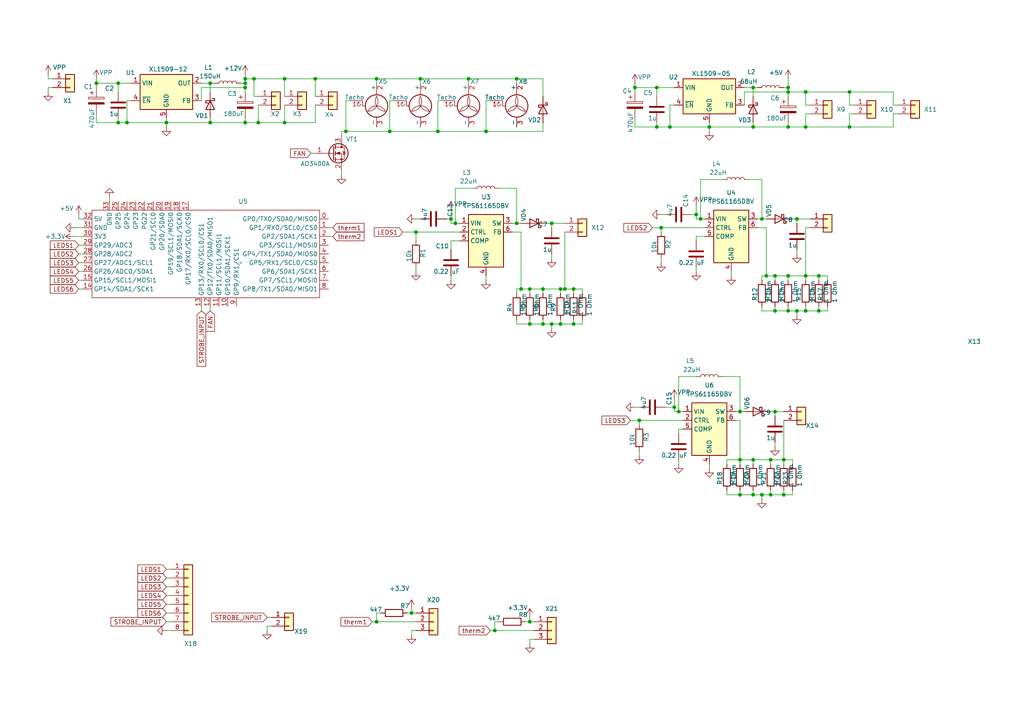
<source format=kicad_sch>
(kicad_sch (version 20231120) (generator "eeschema") (generator_version "8.0")
  (paper "A4")
  (junction (at 184.15 25.4))
  (junction (at 160.02 93.98))
  (junction (at 166.37 83.82))
  (junction (at 130.81 63.5))
  (junction (at 246.38 26.67))
  (junction (at 82.55 35.56))
  (junction (at 214.63 133.35))
  (junction (at 151.13 83.82))
  (junction (at 196.85 119.38))
  (junction (at 201.93 62.23))
  (junction (at 214.63 143.51))
  (junction (at 237.49 80.01))
  (junction (at 222.25 80.01))
  (junction (at 153.67 180.34))
  (junction (at 166.37 93.98))
  (junction (at 162.56 93.98))
  (junction (at 100.33 38.1))
  (junction (at 218.44 25.4))
  (junction (at 195.58 118.11))
  (junction (at 228.6 90.17))
  (junction (at 73.66 22.86))
  (junction (at 237.49 90.17))
  (junction (at 135.89 22.86))
  (junction (at 190.5 25.4))
  (junction (at 143.51 182.88))
  (junction (at 60.96 35.56))
  (junction (at 71.12 22.86))
  (junction (at 153.67 83.82))
  (junction (at 203.2 63.5))
  (junction (at 162.56 83.82))
  (junction (at 233.68 80.01))
  (junction (at 71.12 24.13))
  (junction (at 228.6 80.01))
  (junction (at 246.38 36.83))
  (junction (at 163.83 83.82))
  (junction (at 109.22 180.34))
  (junction (at 231.14 63.5))
  (junction (at 149.86 64.77))
  (junction (at 34.29 24.13))
  (junction (at 224.79 80.01))
  (junction (at 127 38.1))
  (junction (at 132.08 64.77))
  (junction (at 91.44 22.86))
  (junction (at 119.38 177.8))
  (junction (at 218.44 143.51))
  (junction (at 223.52 133.35))
  (junction (at 228.6 25.4))
  (junction (at 71.12 25.4))
  (junction (at 82.55 22.86))
  (junction (at 224.79 119.38))
  (junction (at 233.68 90.17))
  (junction (at 157.48 83.82))
  (junction (at 157.48 93.98))
  (junction (at 214.63 119.38))
  (junction (at 233.68 26.67))
  (junction (at 27.94 24.13))
  (junction (at 220.98 63.5))
  (junction (at 233.68 36.83))
  (junction (at 190.5 36.83))
  (junction (at 113.03 38.1))
  (junction (at 185.42 121.92))
  (junction (at 227.33 143.51))
  (junction (at 109.22 22.86))
  (junction (at 224.79 90.17))
  (junction (at 120.65 67.31))
  (junction (at 228.6 26.67))
  (junction (at 191.77 66.04))
  (junction (at 74.93 35.56))
  (junction (at 140.97 38.1))
  (junction (at 231.14 90.17))
  (junction (at 149.86 22.86))
  (junction (at 227.33 133.35))
  (junction (at 60.96 24.13))
  (junction (at 223.52 143.51))
  (junction (at 218.44 133.35))
  (junction (at 121.92 22.86))
  (junction (at 34.29 35.56))
  (junction (at 153.67 93.98))
  (junction (at 205.74 36.83))
  (junction (at 228.6 36.83))
  (junction (at 36.83 35.56))
  (junction (at 194.31 36.83))
  (junction (at 71.12 35.56))
  (junction (at 218.44 36.83))
  (junction (at 160.02 64.77))
  (junction (at 48.26 35.56))
  (junction (at 220.98 143.51))
  (wire (pts (xy 121.92 24.13) (xy 121.92 22.86)))
  (wire (pts (xy 215.9 119.38) (xy 214.63 119.38)))
  (wire (pts (xy 74.93 35.56) (xy 71.12 35.56)))
  (wire (pts (xy 27.94 24.13) (xy 34.29 24.13)))
  (wire (pts (xy 153.67 83.82) (xy 157.48 83.82)))
  (wire (pts (xy 227.33 133.35) (xy 229.87 133.35)))
  (wire (pts (xy 233.68 88.9) (xy 233.68 90.17)))
  (wire (pts (xy 196.85 134.62) (xy 196.85 133.35)))
  (wire (pts (xy 184.15 118.11) (xy 185.42 118.11)))
  (wire (pts (xy 223.52 133.35) (xy 223.52 134.62)))
  (wire (pts (xy 48.26 182.88) (xy 49.53 182.88)))
  (wire (pts (xy 234.95 66.04) (xy 233.68 66.04)))
  (wire (pts (xy 24.13 66.04) (xy 21.59 66.04)))
  (wire (pts (xy 166.37 83.82) (xy 168.91 83.82)))
  (wire (pts (xy 119.38 177.8) (xy 118.11 177.8)))
  (wire (pts (xy 168.91 83.82) (xy 168.91 85.09)))
  (wire (pts (xy 160.02 93.98) (xy 162.56 93.98)))
  (wire (pts (xy 166.37 93.98) (xy 168.91 93.98)))
  (wire (pts (xy 233.68 80.01) (xy 233.68 81.28)))
  (wire (pts (xy 163.83 67.31) (xy 163.83 83.82)))
  (wire (pts (xy 190.5 25.4) (xy 190.5 27.94)))
  (wire (pts (xy 220.98 88.9) (xy 220.98 90.17)))
  (wire (pts (xy 149.86 83.82) (xy 151.13 83.82)))
  (wire (pts (xy 143.51 182.88) (xy 142.24 182.88)))
  (wire (pts (xy 22.86 76.2) (xy 24.13 76.2)))
  (wire (pts (xy 203.2 52.07) (xy 203.2 63.5)))
  (wire (pts (xy 229.87 143.51) (xy 229.87 142.24)))
  (wire (pts (xy 21.59 68.58) (xy 24.13 68.58)))
  (wire (pts (xy 259.08 30.48) (xy 259.08 26.67)))
  (wire (pts (xy 214.63 142.24) (xy 214.63 143.51)))
  (wire (pts (xy 119.38 184.15) (xy 119.38 182.88)))
  (wire (pts (xy 185.42 123.19) (xy 185.42 121.92)))
  (wire (pts (xy 22.86 73.66) (xy 24.13 73.66)))
  (wire (pts (xy 114.3 29.21) (xy 113.03 29.21)))
  (wire (pts (xy 162.56 83.82) (xy 163.83 83.82)))
  (wire (pts (xy 48.26 170.18) (xy 49.53 170.18)))
  (wire (pts (xy 237.49 80.01) (xy 240.03 80.01)))
  (wire (pts (xy 220.98 144.78) (xy 220.98 143.51)))
  (wire (pts (xy 149.86 93.98) (xy 153.67 93.98)))
  (wire (pts (xy 218.44 25.4) (xy 219.71 25.4)))
  (wire (pts (xy 48.26 180.34) (xy 49.53 180.34)))
  (wire (pts (xy 48.26 34.29) (xy 48.26 35.56)))
  (wire (pts (xy 210.82 143.51) (xy 214.63 143.51)))
  (wire (pts (xy 13.97 25.4) (xy 13.97 26.67)))
  (wire (pts (xy 154.94 182.88) (xy 143.51 182.88)))
  (wire (pts (xy 34.29 24.13) (xy 34.29 26.67)))
  (wire (pts (xy 135.89 22.86) (xy 121.92 22.86)))
  (wire (pts (xy 71.12 25.4) (xy 58.42 25.4)))
  (wire (pts (xy 151.13 64.77) (xy 149.86 64.77)))
  (wire (pts (xy 109.22 180.34) (xy 107.95 180.34)))
  (wire (pts (xy 205.74 36.83) (xy 218.44 36.83)))
  (wire (pts (xy 160.02 95.25) (xy 160.02 93.98)))
  (wire (pts (xy 48.26 167.64) (xy 49.53 167.64)))
  (wire (pts (xy 130.81 64.77) (xy 132.08 64.77)))
  (wire (pts (xy 220.98 90.17) (xy 224.79 90.17)))
  (wire (pts (xy 246.38 26.67) (xy 233.68 26.67)))
  (wire (pts (xy 48.26 177.8) (xy 49.53 177.8)))
  (wire (pts (xy 201.93 78.74) (xy 201.93 77.47)))
  (wire (pts (xy 222.25 63.5) (xy 220.98 63.5)))
  (wire (pts (xy 160.02 64.77) (xy 160.02 66.04)))
  (wire (pts (xy 160.02 64.77) (xy 163.83 64.77)))
  (wire (pts (xy 227.33 121.92) (xy 227.33 133.35)))
  (wire (pts (xy 237.49 88.9) (xy 237.49 90.17)))
  (wire (pts (xy 142.24 29.21) (xy 140.97 29.21)))
  (wire (pts (xy 214.63 109.22) (xy 214.63 119.38)))
  (wire (pts (xy 99.06 38.1) (xy 100.33 38.1)))
  (wire (pts (xy 119.38 182.88) (xy 120.65 182.88)))
  (wire (pts (xy 152.4 180.34) (xy 153.67 180.34)))
  (wire (pts (xy 184.15 24.13) (xy 184.15 25.4)))
  (wire (pts (xy 27.94 24.13) (xy 27.94 25.4)))
  (wire (pts (xy 22.86 63.5) (xy 22.86 62.23)))
  (wire (pts (xy 259.08 33.02) (xy 259.08 36.83)))
  (wire (pts (xy 168.91 93.98) (xy 168.91 92.71)))
  (wire (pts (xy 151.13 67.31) (xy 151.13 83.82)))
  (wire (pts (xy 224.79 90.17) (xy 228.6 90.17)))
  (wire (pts (xy 218.44 143.51) (xy 220.98 143.51)))
  (wire (pts (xy 74.93 27.94) (xy 73.66 27.94)))
  (wire (pts (xy 233.68 66.04) (xy 233.68 80.01)))
  (wire (pts (xy 213.36 121.92) (xy 214.63 121.92)))
  (wire (pts (xy 214.63 119.38) (xy 213.36 119.38)))
  (wire (pts (xy 162.56 83.82) (xy 162.56 85.09)))
  (wire (pts (xy 190.5 35.56) (xy 190.5 36.83)))
  (wire (pts (xy 74.93 30.48) (xy 74.93 35.56)))
  (wire (pts (xy 219.71 66.04) (xy 222.25 66.04)))
  (wire (pts (xy 137.16 54.61) (xy 132.08 54.61)))
  (wire (pts (xy 227.33 143.51) (xy 229.87 143.51)))
  (wire (pts (xy 132.08 64.77) (xy 133.35 64.77)))
  (wire (pts (xy 185.42 130.81) (xy 185.42 132.08)))
  (wire (pts (xy 127 38.1) (xy 140.97 38.1)))
  (wire (pts (xy 130.81 60.96) (xy 130.81 63.5)))
  (wire (pts (xy 195.58 30.48) (xy 194.31 30.48)))
  (wire (pts (xy 140.97 38.1) (xy 157.48 38.1)))
  (wire (pts (xy 191.77 67.31) (xy 191.77 66.04)))
  (wire (pts (xy 157.48 35.56) (xy 157.48 38.1)))
  (wire (pts (xy 151.13 83.82) (xy 153.67 83.82)))
  (wire (pts (xy 91.44 35.56) (xy 82.55 35.56)))
  (wire (pts (xy 13.97 21.59) (xy 13.97 22.86)))
  (wire (pts (xy 27.94 35.56) (xy 34.29 35.56)))
  (wire (pts (xy 240.03 90.17) (xy 240.03 88.9)))
  (wire (pts (xy 229.87 63.5) (xy 231.14 63.5)))
  (wire (pts (xy 201.93 109.22) (xy 196.85 109.22)))
  (wire (pts (xy 220.98 52.07) (xy 220.98 63.5)))
  (wire (pts (xy 24.13 63.5) (xy 22.86 63.5)))
  (wire (pts (xy 119.38 176.53) (xy 119.38 177.8)))
  (wire (pts (xy 223.52 133.35) (xy 227.33 133.35)))
  (wire (pts (xy 91.44 22.86) (xy 82.55 22.86)))
  (wire (pts (xy 163.83 83.82) (xy 166.37 83.82)))
  (wire (pts (xy 71.12 24.13) (xy 71.12 25.4)))
  (wire (pts (xy 228.6 35.56) (xy 228.6 36.83)))
  (wire (pts (xy 214.63 143.51) (xy 218.44 143.51)))
  (wire (pts (xy 218.44 35.56) (xy 218.44 36.83)))
  (wire (pts (xy 201.93 69.85) (xy 201.93 68.58)))
  (wire (pts (xy 234.95 33.02) (xy 233.68 33.02)))
  (wire (pts (xy 190.5 36.83) (xy 194.31 36.83)))
  (wire (pts (xy 22.86 81.28) (xy 24.13 81.28)))
  (wire (pts (xy 162.56 92.71) (xy 162.56 93.98)))
  (wire (pts (xy 191.77 74.93) (xy 191.77 76.2)))
  (wire (pts (xy 237.49 80.01) (xy 237.49 81.28)))
  (wire (pts (xy 196.85 119.38) (xy 198.12 119.38)))
  (wire (pts (xy 34.29 35.56) (xy 36.83 35.56)))
  (wire (pts (xy 77.47 179.07) (xy 78.74 179.07)))
  (wire (pts (xy 149.86 64.77) (xy 148.59 64.77)))
  (wire (pts (xy 218.44 36.83) (xy 228.6 36.83)))
  (wire (pts (xy 160.02 74.93) (xy 160.02 73.66)))
  (wire (pts (xy 132.08 54.61) (xy 132.08 64.77)))
  (wire (pts (xy 228.6 26.67) (xy 233.68 26.67)))
  (wire (pts (xy 143.51 180.34) (xy 143.51 182.88)))
  (wire (pts (xy 228.6 25.4) (xy 228.6 26.67)))
  (wire (pts (xy 233.68 80.01) (xy 237.49 80.01)))
  (wire (pts (xy 260.35 33.02) (xy 259.08 33.02)))
  (wire (pts (xy 22.86 83.82) (xy 24.13 83.82)))
  (wire (pts (xy 231.14 73.66) (xy 231.14 72.39)))
  (wire (pts (xy 246.38 33.02) (xy 246.38 36.83)))
  (wire (pts (xy 153.67 92.71) (xy 153.67 93.98)))
  (wire (pts (xy 195.58 118.11) (xy 195.58 119.38)))
  (wire (pts (xy 196.85 109.22) (xy 196.85 119.38)))
  (wire (pts (xy 260.35 30.48) (xy 259.08 30.48)))
  (wire (pts (xy 120.65 67.31) (xy 120.65 69.85)))
  (wire (pts (xy 27.94 33.02) (xy 27.94 35.56)))
  (wire (pts (xy 205.74 36.83) (xy 205.74 38.1)))
  (wire (pts (xy 15.24 22.86) (xy 13.97 22.86)))
  (wire (pts (xy 231.14 63.5) (xy 234.95 63.5)))
  (wire (pts (xy 214.63 133.35) (xy 218.44 133.35)))
  (wire (pts (xy 215.9 26.67) (xy 215.9 30.48)))
  (wire (pts (xy 157.48 92.71) (xy 157.48 93.98)))
  (wire (pts (xy 191.77 62.23) (xy 193.04 62.23)))
  (wire (pts (xy 91.44 22.86) (xy 91.44 27.94)))
  (wire (pts (xy 58.42 24.13) (xy 60.96 24.13)))
  (wire (pts (xy 71.12 21.59) (xy 71.12 22.86)))
  (wire (pts (xy 191.77 66.04) (xy 204.47 66.04)))
  (wire (pts (xy 189.23 66.04) (xy 191.77 66.04)))
  (wire (pts (xy 100.33 29.21) (xy 100.33 38.1)))
  (wire (pts (xy 69.85 24.13) (xy 71.12 24.13)))
  (wire (pts (xy 48.26 165.1) (xy 49.53 165.1)))
  (wire (pts (xy 228.6 26.67) (xy 228.6 27.94)))
  (wire (pts (xy 48.26 172.72) (xy 49.53 172.72)))
  (wire (pts (xy 190.5 25.4) (xy 195.58 25.4)))
  (wire (pts (xy 153.67 180.34) (xy 154.94 180.34)))
  (wire (pts (xy 116.84 67.31) (xy 120.65 67.31)))
  (wire (pts (xy 215.9 25.4) (xy 218.44 25.4)))
  (wire (pts (xy 214.63 133.35) (xy 214.63 134.62)))
  (wire (pts (xy 200.66 62.23) (xy 201.93 62.23)))
  (wire (pts (xy 220.98 143.51) (xy 223.52 143.51)))
  (wire (pts (xy 157.48 83.82) (xy 157.48 85.09)))
  (wire (pts (xy 27.94 22.86) (xy 27.94 24.13)))
  (wire (pts (xy 148.59 67.31) (xy 151.13 67.31)))
  (wire (pts (xy 95.25 66.04) (xy 96.52 66.04)))
  (wire (pts (xy 228.6 22.86) (xy 228.6 25.4)))
  (wire (pts (xy 195.58 119.38) (xy 196.85 119.38)))
  (wire (pts (xy 227.33 142.24) (xy 227.33 143.51)))
  (wire (pts (xy 120.65 180.34) (xy 109.22 180.34)))
  (wire (pts (xy 157.48 83.82) (xy 162.56 83.82)))
  (wire (pts (xy 157.48 22.86) (xy 157.48 27.94)))
  (wire (pts (xy 237.49 90.17) (xy 240.03 90.17)))
  (wire (pts (xy 218.44 142.24) (xy 218.44 143.51)))
  (wire (pts (xy 196.85 124.46) (xy 198.12 124.46)))
  (wire (pts (xy 60.96 24.13) (xy 60.96 26.67)))
  (wire (pts (xy 209.55 109.22) (xy 214.63 109.22)))
  (wire (pts (xy 120.65 63.5) (xy 121.92 63.5)))
  (wire (pts (xy 153.67 185.42) (xy 154.94 185.42)))
  (wire (pts (xy 58.42 88.9) (xy 58.42 90.17)))
  (wire (pts (xy 227.33 133.35) (xy 227.33 134.62)))
  (wire (pts (xy 194.31 36.83) (xy 205.74 36.83)))
  (wire (pts (xy 224.79 119.38) (xy 224.79 120.65)))
  (wire (pts (xy 218.44 133.35) (xy 223.52 133.35)))
  (wire (pts (xy 224.79 80.01) (xy 228.6 80.01)))
  (wire (pts (xy 157.48 93.98) (xy 160.02 93.98)))
  (wire (pts (xy 193.04 118.11) (xy 195.58 118.11)))
  (wire (pts (xy 195.58 115.57) (xy 195.58 118.11)))
  (wire (pts (xy 210.82 133.35) (xy 214.63 133.35)))
  (wire (pts (xy 82.55 22.86) (xy 73.66 22.86)))
  (wire (pts (xy 210.82 134.62) (xy 210.82 133.35)))
  (wire (pts (xy 36.83 29.21) (xy 36.83 35.56)))
  (wire (pts (xy 127 29.21) (xy 127 38.1)))
  (wire (pts (xy 31.75 57.15) (xy 31.75 58.42)))
  (wire (pts (xy 119.38 177.8) (xy 120.65 177.8)))
  (wire (pts (xy 149.86 22.86) (xy 135.89 22.86)))
  (wire (pts (xy 73.66 27.94) (xy 73.66 22.86)))
  (wire (pts (xy 233.68 90.17) (xy 237.49 90.17)))
  (wire (pts (xy 185.42 121.92) (xy 198.12 121.92)))
  (wire (pts (xy 231.14 90.17) (xy 233.68 90.17)))
  (wire (pts (xy 100.33 38.1) (xy 113.03 38.1)))
  (wire (pts (xy 58.42 25.4) (xy 58.42 29.21)))
  (wire (pts (xy 120.65 77.47) (xy 120.65 78.74)))
  (wire (pts (xy 231.14 63.5) (xy 231.14 64.77)))
  (wire (pts (xy 77.47 181.61) (xy 77.47 182.88)))
  (wire (pts (xy 101.6 29.21) (xy 100.33 29.21)))
  (wire (pts (xy 71.12 34.29) (xy 71.12 35.56)))
  (wire (pts (xy 99.06 38.1) (xy 99.06 39.37)))
  (wire (pts (xy 153.67 83.82) (xy 153.67 85.09)))
  (wire (pts (xy 130.81 81.28) (xy 130.81 80.01)))
  (wire (pts (xy 182.88 121.92) (xy 185.42 121.92)))
  (wire (pts (xy 209.55 52.07) (xy 203.2 52.07)))
  (wire (pts (xy 91.44 30.48) (xy 91.44 35.56)))
  (wire (pts (xy 220.98 80.01) (xy 222.25 80.01)))
  (wire (pts (xy 184.15 36.83) (xy 190.5 36.83)))
  (wire (pts (xy 99.06 50.8) (xy 99.06 49.53)))
  (wire (pts (xy 217.17 52.07) (xy 220.98 52.07)))
  (wire (pts (xy 140.97 29.21) (xy 140.97 38.1)))
  (wire (pts (xy 48.26 175.26) (xy 49.53 175.26)))
  (wire (pts (xy 149.86 24.13) (xy 149.86 22.86)))
  (wire (pts (xy 48.26 35.56) (xy 48.26 36.83)))
  (wire (pts (xy 233.68 36.83) (xy 228.6 36.83)))
  (wire (pts (xy 149.86 54.61) (xy 149.86 64.77)))
  (wire (pts (xy 224.79 80.01) (xy 224.79 81.28)))
  (wire (pts (xy 224.79 119.38) (xy 227.33 119.38)))
  (wire (pts (xy 113.03 38.1) (xy 127 38.1)))
  (wire (pts (xy 218.44 133.35) (xy 218.44 134.62)))
  (wire (pts (xy 234.95 30.48) (xy 233.68 30.48)))
  (wire (pts (xy 22.86 71.12) (xy 24.13 71.12)))
  (wire (pts (xy 246.38 36.83) (xy 233.68 36.83)))
  (wire (pts (xy 224.79 88.9) (xy 224.79 90.17)))
  (wire (pts (xy 233.68 33.02) (xy 233.68 36.83)))
  (wire (pts (xy 22.86 78.74) (xy 24.13 78.74)))
  (wire (pts (xy 228.6 26.67) (xy 215.9 26.67)))
  (wire (pts (xy 153.67 186.69) (xy 153.67 185.42)))
  (wire (pts (xy 144.78 180.34) (xy 143.51 180.34)))
  (wire (pts (xy 205.74 35.56) (xy 205.74 36.83)))
  (wire (pts (xy 223.52 143.51) (xy 227.33 143.51)))
  (wire (pts (xy 184.15 25.4) (xy 184.15 26.67)))
  (wire (pts (xy 135.89 24.13) (xy 135.89 22.86)))
  (wire (pts (xy 71.12 25.4) (xy 71.12 26.67)))
  (wire (pts (xy 149.86 85.09) (xy 149.86 83.82)))
  (wire (pts (xy 34.29 34.29) (xy 34.29 35.56)))
  (wire (pts (xy 60.96 24.13) (xy 62.23 24.13)))
  (wire (pts (xy 130.81 69.85) (xy 133.35 69.85)))
  (wire (pts (xy 129.54 63.5) (xy 130.81 63.5)))
  (wire (pts (xy 231.14 91.44) (xy 231.14 90.17)))
  (wire (pts (xy 227.33 25.4) (xy 228.6 25.4)))
  (wire (pts (xy 96.52 68.58) (xy 95.25 68.58)))
  (wire (pts (xy 60.96 34.29) (xy 60.96 35.56)))
  (wire (pts (xy 36.83 35.56) (xy 48.26 35.56)))
  (wire (pts (xy 166.37 83.82) (xy 166.37 85.09)))
  (wire (pts (xy 162.56 93.98) (xy 166.37 93.98)))
  (wire (pts (xy 240.03 80.01) (xy 240.03 81.28)))
  (wire (pts (xy 60.96 35.56) (xy 71.12 35.56)))
  (wire (pts (xy 201.93 62.23) (xy 201.93 63.5)))
  (wire (pts (xy 222.25 66.04) (xy 222.25 80.01)))
  (wire (pts (xy 15.24 25.4) (xy 13.97 25.4)))
  (wire (pts (xy 223.52 142.24) (xy 223.52 143.51)))
  (wire (pts (xy 228.6 80.01) (xy 233.68 80.01)))
  (wire (pts (xy 60.96 90.17) (xy 60.96 88.9)))
  (wire (pts (xy 194.31 30.48) (xy 194.31 36.83)))
  (wire (pts (xy 247.65 33.02) (xy 246.38 33.02)))
  (wire (pts (xy 153.67 179.07) (xy 153.67 180.34)))
  (wire (pts (xy 71.12 22.86) (xy 71.12 24.13)))
  (wire (pts (xy 109.22 24.13) (xy 109.22 22.86)))
  (wire (pts (xy 82.55 30.48) (xy 82.55 35.56)))
  (wire (pts (xy 73.66 22.86) (xy 71.12 22.86)))
  (wire (pts (xy 228.6 90.17) (xy 231.14 90.17)))
  (wire (pts (xy 228.6 80.01) (xy 228.6 81.28)))
  (wire (pts (xy 34.29 24.13) (xy 38.1 24.13)))
  (wire (pts (xy 246.38 30.48) (xy 246.38 26.67)))
  (wire (pts (xy 228.6 88.9) (xy 228.6 90.17)))
  (wire (pts (xy 78.74 181.61) (xy 77.47 181.61)))
  (wire (pts (xy 48.26 35.56) (xy 60.96 35.56)))
  (wire (pts (xy 121.92 22.86) (xy 109.22 22.86)))
  (wire (pts (xy 184.15 25.4) (xy 190.5 25.4)))
  (wire (pts (xy 166.37 92.71) (xy 166.37 93.98)))
  (wire (pts (xy 259.08 26.67) (xy 246.38 26.67)))
  (wire (pts (xy 153.67 93.98) (xy 157.48 93.98)))
  (wire (pts (xy 224.79 129.54) (xy 224.79 128.27)))
  (wire (pts (xy 82.55 35.56) (xy 74.93 35.56)))
  (wire (pts (xy 214.63 121.92) (xy 214.63 133.35)))
  (wire (pts (xy 218.44 25.4) (xy 218.44 27.94)))
  (wire (pts (xy 120.65 67.31) (xy 133.35 67.31)))
  (wire (pts (xy 109.22 22.86) (xy 91.44 22.86)))
  (wire (pts (xy 149.86 92.71) (xy 149.86 93.98)))
  (wire (pts (xy 128.27 29.21) (xy 127 29.21)))
  (wire (pts (xy 144.78 54.61) (xy 149.86 54.61)))
  (wire (pts (xy 38.1 29.21) (xy 36.83 29.21)))
  (wire (pts (xy 223.52 119.38) (xy 224.79 119.38)))
  (wire (pts (xy 205.74 135.89) (xy 205.74 134.62)))
  (wire (pts (xy 140.97 81.28) (xy 140.97 80.01)))
  (wire (pts (xy 203.2 63.5) (xy 204.47 63.5)))
  (wire (pts (xy 220.98 63.5) (xy 219.71 63.5)))
  (wire (pts (xy 212.09 80.01) (xy 212.09 78.74)))
  (wire (pts (xy 259.08 36.83) (xy 246.38 36.83)))
  (wire (pts (xy 222.25 80.01) (xy 224.79 80.01)))
  (wire (pts (xy 196.85 125.73) (xy 196.85 124.46)))
  (wire (pts (xy 201.93 63.5) (xy 203.2 63.5)))
  (wire (pts (xy 110.49 177.8) (xy 109.22 177.8)))
  (wire (pts (xy 184.15 34.29) (xy 184.15 36.83)))
  (wire (pts (xy 201.93 68.58) (xy 204.47 68.58)))
  (wire (pts (xy 82.55 22.86) (xy 82.55 27.94)))
  (wire (pts (xy 90.17 44.45) (xy 91.44 44.45)))
  (wire (pts (xy 247.65 30.48) (xy 246.38 30.48)))
  (wire (pts (xy 220.98 81.28) (xy 220.98 80.01)))
  (wire (pts (xy 130.81 69.85) (xy 130.81 72.39)))
  (wire (pts (xy 210.82 142.24) (xy 210.82 143.51)))
  (wire (pts (xy 201.93 59.69) (xy 201.93 62.23)))
  (wire (pts (xy 113.03 29.21) (xy 113.03 38.1)))
  (wire (pts (xy 149.86 22.86) (xy 157.48 22.86)))
  (wire (pts (xy 229.87 133.35) (xy 229.87 134.62)))
  (wire (pts (xy 109.22 177.8) (xy 109.22 180.34)))
  (wire (pts (xy 160.02 64.77) (xy 158.75 64.77)))
  (wire (pts (xy 233.68 26.67) (xy 233.68 30.48)))
  (wire (pts (xy 130.81 63.5) (xy 130.81 64.77)))
  (global_label "LEDS2" (shape input) (at 48.26 167.64 180) (property "Intersheetrefs" "${INTERSHEET_REFS}" (effects (hide yes))))
  (global_label "LEDS4" (shape input) (at 48.26 172.72 180) (property "Intersheetrefs" "${INTERSHEET_REFS}" (effects (hide yes))))
  (global_label "LEDS4" (shape input) (at 22.86 78.74 180) (property "Intersheetrefs" "${INTERSHEET_REFS}" (effects (hide yes))))
  (global_label "LEDS1" (shape input) (at 22.86 71.12 180) (property "Intersheetrefs" "${INTERSHEET_REFS}" (effects (hide yes))))
  (global_label "LEDS3" (shape input) (at 182.88 121.92 180) (property "Intersheetrefs" "${INTERSHEET_REFS}" (effects (hide yes))))
  (global_label "STROBE_INPUT" (shape input) (at 58.42 90.17 270) (property "Intersheetrefs" "${INTERSHEET_REFS}" (effects (hide yes))))
  (global_label "LEDS2" (shape input) (at 189.23 66.04 180) (property "Intersheetrefs" "${INTERSHEET_REFS}" (effects (hide yes))))
  (global_label "LEDS1" (shape input) (at 48.26 165.1 180) (property "Intersheetrefs" "${INTERSHEET_REFS}" (effects (hide yes))))
  (global_label "LEDS6" (shape input) (at 22.86 83.82 180) (property "Intersheetrefs" "${INTERSHEET_REFS}" (effects (hide yes))))
  (global_label "STROBE_INPUT" (shape input) (at 48.26 180.34 180) (property "Intersheetrefs" "${INTERSHEET_REFS}" (effects (hide yes))))
  (global_label "therm2" (shape input) (at 142.24 182.88 180) (property "Intersheetrefs" "${INTERSHEET_REFS}" (effects (hide yes))))
  (global_label "LEDS1" (shape input) (at 116.84 67.31 180) (property "Intersheetrefs" "${INTERSHEET_REFS}" (effects (hide yes))))
  (global_label "therm2" (shape input) (at 96.52 68.58 0) (property "Intersheetrefs" "${INTERSHEET_REFS}" (effects (hide yes))))
  (global_label "LEDS3" (shape input) (at 48.26 170.18 180) (property "Intersheetrefs" "${INTERSHEET_REFS}" (effects (hide yes))))
  (global_label "FAN" (shape input) (at 90.17 44.45 180) (property "Intersheetrefs" "${INTERSHEET_REFS}" (effects (hide yes))))
  (global_label "LEDS5" (shape input) (at 22.86 81.28 180) (property "Intersheetrefs" "${INTERSHEET_REFS}" (effects (hide yes))))
  (global_label "LEDS6" (shape input) (at 48.26 177.8 180) (property "Intersheetrefs" "${INTERSHEET_REFS}" (effects (hide yes))))
  (global_label "therm1" (shape input) (at 107.95 180.34 180) (property "Intersheetrefs" "${INTERSHEET_REFS}" (effects (hide yes))))
  (global_label "LEDS5" (shape input) (at 48.26 175.26 180) (property "Intersheetrefs" "${INTERSHEET_REFS}" (effects (hide yes))))
  (global_label "STROBE_INPUT" (shape input) (at 77.47 179.07 180) (property "Intersheetrefs" "${INTERSHEET_REFS}" (effects (hide yes))))
  (global_label "FAN" (shape input) (at 60.96 90.17 270) (property "Intersheetrefs" "${INTERSHEET_REFS}" (effects (hide yes))))
  (global_label "LEDS3" (shape input) (at 22.86 76.2 180) (property "Intersheetrefs" "${INTERSHEET_REFS}" (effects (hide yes))))
  (global_label "therm1" (shape input) (at 96.52 66.04 0) (property "Intersheetrefs" "${INTERSHEET_REFS}" (effects (hide yes))))
  (global_label "LEDS2" (shape input) (at 22.86 73.66 180) (property "Intersheetrefs" "${INTERSHEET_REFS}" (effects (hide yes))))
  (symbol (lib_id "Connector_Generic:Conn_01x02") (at 168.91 64.77 0) (unit 1)
    (property "Reference" "X12" (at 171.45 66.0399 0) (effects (justify left)))
    (property "Value" "Conn_01x02" (effects (hide yes)))
    (property "Footprint" "Connector_JST:JST_XH_B2B-XH-A_1x02_P2.50mm_Vertical" (effects (hide yes)))
    (property "Description" "Generic connector, single row, 01x02, script generated (kicad-library-utils/schlib/autogen/connector/)" (effects (hide yes)))
  )
  (symbol (lib_id "power:VPP") (at 201.93 59.69 0) (unit 1)
    (property "Reference" "#PWR014" (effects (hide yes)))
    (property "Value" "VPP" (at 204.724 57.912 0))
    (property "Description" "Power symbol creates a global label with name \"VPP\"" (effects (hide yes)))
  )
  (symbol (lib_id "Device:C") (at 160.02 69.85 0) (unit 1)
    (property "Reference" "C7" (at 157.48 65.024 0))
    (property "Value" "1u" (at 158.75 72.39 0))
    (property "Footprint" "Capacitor_SMD:C_0603_1608Metric_Pad1.08x0.95mm_HandSolder" (effects (hide yes)))
  )
  (symbol (lib_id "Device:C") (at 196.85 129.54 0) (unit 1)
    (property "Reference" "C12" (effects (hide yes)))
    (property "Value" "0.22 uF" (at 195.58 132.08 0))
    (property "Footprint" "Capacitor_SMD:C_0603_1608Metric_Pad1.08x0.95mm_HandSolder" (effects (hide yes)))
  )
  (symbol (lib_id "Device:R") (at 148.59 180.34 270) (unit 1)
    (property "Reference" "R8" (at 150.368 178.308 90) (effects (justify left)))
    (property "Value" "4k7" (at 141.478 179.324 90) (effects (justify left)))
    (property "Footprint" "Resistor_SMD:R_0603_1608Metric_Pad0.98x0.95mm_HandSolder" (effects (hide yes)))
  )
  (symbol (lib_id "Driver_LED:TPS61165DBV") (at 205.74 124.46 0) (unit 1)
    (property "Reference" "U6" (at 205.74 111.76 0))
    (property "Value" "TPS61165DBV" (at 205.74 114.3 0))
    (property "Footprint" "Package_TO_SOT_SMD:SOT-23-6" (effects (hide yes)))
    (property "Datasheet" "https://www.ti.com/lit/ds/symlink/tps61165.pdf" (effects (hide yes)))
    (property "Description" "High-Brightness, Constant current LED Driver, 3V to 18V input voltage range, internal switch, up to 38V/1.2A output,  SOT-23-6" (effects (hide yes)))
  )
  (symbol (lib_id "Device:R") (at 168.91 88.9 180) (unit 1)
    (property "Reference" "R11" (at 166.878 89.154 90))
    (property "Value" "1 Ohm" (at 170.942 88.392 90))
    (property "Footprint" "Resistor_SMD:R_0603_1608Metric_Pad0.98x0.95mm_HandSolder" (effects (hide yes)))
  )
  (symbol (lib_id "power:VPP") (at 184.15 24.13 0) (unit 1)
    (property "Reference" "#PWR05" (effects (hide yes)))
    (property "Value" "VPP" (at 186.944 22.352 0))
    (property "Description" "Power symbol creates a global label with name \"VPP\"" (effects (hide yes)))
  )
  (symbol (lib_id "power:GND") (at 140.97 81.28 0) (unit 1)
    (property "Reference" "#PWR021" (effects (hide yes)))
    (property "Value" "GND" (effects (hide yes)))
  )
  (symbol (lib_id "power:GND") (at 196.85 134.62 0) (unit 1)
    (property "Reference" "#PWR023" (effects (hide yes)))
    (property "Value" "GND" (effects (hide yes)))
  )
  (symbol (lib_id "Device:C") (at 125.73 63.5 270) (unit 1)
    (property "Reference" "C13" (at 130.556 60.96 0))
    (property "Value" "4u7" (at 123.19 62.23 0))
    (property "Footprint" "Capacitor_SMD:C_0805_2012Metric_Pad1.18x1.45mm_HandSolder" (effects (hide yes)))
  )
  (symbol (lib_id "power:GND") (at 205.74 38.1 0) (unit 1)
    (property "Reference" "#PWR08" (effects (hide yes)))
    (property "Value" "GND" (effects (hide yes)))
  )
  (symbol (lib_id "Device:R") (at 237.49 85.09 180) (unit 1)
    (property "Reference" "R16" (at 235.458 85.344 90))
    (property "Value" "1 Ohm" (at 239.522 84.582 90))
    (property "Footprint" "Resistor_SMD:R_0603_1608Metric_Pad0.98x0.95mm_HandSolder" (effects (hide yes)))
  )
  (symbol (lib_id "power:GND") (at 120.65 78.74 0) (unit 1)
    (property "Reference" "#PWR015" (effects (hide yes)))
    (property "Value" "GND" (effects (hide yes)))
  )
  (symbol (lib_id "power:+3.3V") (at 119.38 176.53 0) (mirror y) (unit 1)
    (property "Reference" "#PWR025" (effects (hide yes)))
    (property "Value" "+3.3V" (at 115.824 170.688 0))
  )
  (symbol (lib_id "Diode:CDBA3100-HF") (at 226.06 63.5 180) (unit 1)
    (property "Reference" "VD5" (at 223.012 59.182 90) (effects (justify left)))
    (property "Value" "CDBA3100-HF" (effects (hide yes)))
    (property "Footprint" "Diode_SMD:D_SOD-123" (effects (hide yes)))
    (property "Datasheet" "https://www.comchiptech.com/admin/files/product/CDBA340-HF%20Thru193640.%20CDBA3100-HF%20RevB.pdf" (effects (hide yes)))
  )
  (symbol (lib_id "Motor:Fan_3pin") (at 121.92 29.21 0) (unit 1)
    (property "Reference" "X6" (at 122.428 23.622 0) (effects (justify left)))
    (property "Value" "Fan_3pin" (effects (hide yes)))
    (property "Footprint" "Connector:FanPinHeader_1x03_P2.54mm_Vertical" (effects (hide yes)))
    (property "Datasheet" "http://www.hardwarecanucks.com/forum/attachments/new-builds/16287d1330775095-help-chassis-power-fan-connectors-motherboard-asus_p8z68.jpg" (effects (hide yes)))
    (property "Description" "Fan, tacho output, 3-pin connector" (effects (hide yes)))
  )
  (symbol (lib_id "Connector_Generic:Conn_01x08") (at 54.61 172.72 0) (unit 1)
    (property "Reference" "X18" (at 53.34 186.69 0) (effects (justify left)))
    (property "Value" "Objective" (effects (hide yes)))
    (property "Footprint" "Connector_PinSocket_1.27mm:PinSocket_1x08_P1.27mm_Vertical" (effects (hide yes)))
  )
  (symbol (lib_id "Diode:CDBA3100-HF") (at 218.44 31.75 270) (unit 1)
    (property "Reference" "VD3" (at 214.122 34.798 90) (effects (justify left)))
    (property "Value" "CDBA3100-HF" (effects (hide yes)))
    (property "Footprint" "Diode_SMD:D_SOD-123" (effects (hide yes)))
    (property "Datasheet" "https://www.comchiptech.com/admin/files/product/CDBA340-HF%20Thru193640.%20CDBA3100-HF%20RevB.pdf" (effects (hide yes)))
  )
  (symbol (lib_id "Diode:CDBA3100-HF") (at 154.94 64.77 180) (unit 1)
    (property "Reference" "VD4" (at 151.892 60.452 90) (effects (justify left)))
    (property "Value" "CDBA3100-HF" (effects (hide yes)))
    (property "Footprint" "Diode_SMD:D_SOD-123" (effects (hide yes)))
    (property "Datasheet" "https://www.comchiptech.com/admin/files/product/CDBA340-HF%20Thru193640.%20CDBA3100-HF%20RevB.pdf" (effects (hide yes)))
  )
  (symbol (lib_id "My_8_lib_sym:XL1509-3.3") (at 48.26 26.67 0) (unit 1)
    (property "Reference" "U1" (at 37.846 21.082 0))
    (property "Value" "XL1509-12" (at 48.768 20.066 0))
    (property "Footprint" "Package_SO:SOIC-8-1EP_3.9x4.9mm_P1.27mm_EP2.95x4.9mm_Mask2.71x3.4mm_ThermalVias" (effects (hide yes)))
    (property "Datasheet" "https://datasheet.lcsc.com/lcsc/1809050422_XLSEMI-XL1509-5-0E1_C61063.pdf" (effects (hide yes)))
    (property "Description" "Buck DC/DC Converter, 2A, 3.3V Output Voltage, 4.5-40V Input Voltage" (effects (hide yes)))
  )
  (symbol (lib_id "Device:R") (at 114.3 177.8 270) (unit 1)
    (property "Reference" "R7" (at 116.078 175.768 90) (effects (justify left)))
    (property "Value" "4k7" (at 107.188 176.784 90) (effects (justify left)))
    (property "Footprint" "Resistor_SMD:R_0603_1608Metric_Pad0.98x0.95mm_HandSolder" (effects (hide yes)))
  )
  (symbol (lib_id "Device:C") (at 34.29 30.48 0) (unit 1)
    (property "Reference" "C2" (at 31.75 25.654 0))
    (property "Value" "1u" (at 33.02 33.02 0))
    (property "Footprint" "Capacitor_SMD:C_0603_1608Metric_Pad1.08x0.95mm_HandSolder" (effects (hide yes)))
  )
  (symbol (lib_id "Connector_Generic:Conn_01x02") (at 87.63 27.94 0) (unit 1)
    (property "Reference" "X3" (at 84.836 33.02 0) (effects (justify left)))
    (property "Value" "Conn_01x02" (effects (hide yes)))
    (property "Footprint" "Connector_JST:JST_XH_B2B-XH-A_1x02_P2.50mm_Vertical" (effects (hide yes)))
    (property "Description" "Generic connector, single row, 01x02, script generated (kicad-library-utils/schlib/autogen/connector/)" (effects (hide yes)))
  )
  (symbol (lib_id "Vedro:RP2040-One") (at 71.12 76.2 0) (unit 1)
    (property "Reference" "U5" (at 71.882 58.42 0) (effects (justify right)))
    (property "Value" "~" (at 69.85 76.2 0))
    (property "Footprint" "my8lib:RP2040Zero" (effects (hide yes)))
  )
  (symbol (lib_id "Diode:CDBA3100-HF") (at 60.96 30.48 270) (unit 1)
    (property "Reference" "VD1" (at 56.642 33.528 90) (effects (justify left)))
    (property "Value" "CDBA3100-HF" (effects (hide yes)))
    (property "Footprint" "Diode_SMD:D_SOD-123" (effects (hide yes)))
    (property "Datasheet" "https://www.comchiptech.com/admin/files/product/CDBA340-HF%20Thru193640.%20CDBA3100-HF%20RevB.pdf" (effects (hide yes)))
  )
  (symbol (lib_id "Device:L") (at 223.52 25.4 90) (unit 1)
    (property "Reference" "L2" (at 217.932 20.828 90))
    (property "Value" "68uH" (at 217.17 23.622 90))
    (property "Footprint" "Inductor_SMD:L_Bourns_SRP1050WA" (effects (hide yes)))
  )
  (symbol (lib_id "Device:C_Polarized") (at 228.6 31.75 0) (unit 1)
    (property "Reference" "C6" (at 224.79 28.448 0))
    (property "Value" "180uF" (at 225.298 34.29 0))
    (property "Footprint" "Capacitor_SMD:CP_Elec_6.3x7.7" (effects (hide yes)))
  )
  (symbol (lib_id "power:GND") (at 153.67 186.69 0) (mirror y) (unit 1)
    (property "Reference" "#PWR029" (effects (hide yes)))
    (property "Value" "GND" (effects (hide yes)))
  )
  (symbol (lib_id "Device:R") (at 191.77 71.12 0) (unit 1)
    (property "Reference" "R2" (at 193.802 70.866 90))
    (property "Value" "10k" (at 189.738 71.628 90))
    (property "Footprint" "Resistor_SMD:R_0603_1608Metric_Pad0.98x0.95mm_HandSolder" (effects (hide yes)))
  )
  (symbol (lib_id "Connector_Generic:Conn_01x02") (at 20.32 22.86 0) (unit 1)
    (property "Reference" "X1" (at 18.288 29.21 0) (effects (justify left)))
    (property "Value" "Conn_01x02" (effects (hide yes)))
    (property "Footprint" "Connector_JST:JST_VH_B2P-VH-B_1x02_P3.96mm_Vertical" (effects (hide yes)))
    (property "Description" "Generic connector, single row, 01x02, script generated (kicad-library-utils/schlib/autogen/connector/)" (effects (hide yes)))
  )
  (symbol (lib_id "power:GND") (at 231.14 73.66 0) (unit 1)
    (property "Reference" "#PWR024" (effects (hide yes)))
    (property "Value" "GND" (effects (hide yes)))
  )
  (symbol (lib_id "Connector_Generic:Conn_01x02") (at 252.73 30.48 0) (unit 1)
    (property "Reference" "X10" (at 255.27 31.7499 0) (effects (justify left)))
    (property "Value" "Conn_01x02" (effects (hide yes)))
    (property "Footprint" "Connector_JST:JST_XH_B2B-XH-A_1x02_P2.50mm_Vertical" (effects (hide yes)))
    (property "Description" "Generic connector, single row, 01x02, script generated (kicad-library-utils/schlib/autogen/connector/)" (effects (hide yes)))
  )
  (symbol (lib_id "power:GND") (at 191.77 62.23 270) (unit 1)
    (property "Reference" "#PWR036" (effects (hide yes)))
    (property "Value" "GND" (effects (hide yes)))
  )
  (symbol (lib_id "power:+3.3V") (at 21.59 68.58 90) (mirror x) (unit 1)
    (property "Reference" "#PWR031" (effects (hide yes)))
    (property "Value" "+3.3V" (at 16.002 68.58 90))
  )
  (symbol (lib_id "power:GND") (at 231.14 91.44 0) (unit 1)
    (property "Reference" "#PWR040" (effects (hide yes)))
    (property "Value" "GND" (effects (hide yes)))
  )
  (symbol (lib_id "power:GND") (at 31.75 57.15 180) (unit 1)
    (property "Reference" "#PWR010" (effects (hide yes)))
    (property "Value" "GND" (effects (hide yes)))
  )
  (symbol (lib_id "power:GND") (at 160.02 74.93 0) (unit 1)
    (property "Reference" "#PWR033" (effects (hide yes)))
    (property "Value" "GND" (effects (hide yes)))
  )
  (symbol (lib_id "Motor:Fan_3pin") (at 149.86 29.21 0) (unit 1)
    (property "Reference" "X8" (at 150.368 23.622 0) (effects (justify left)))
    (property "Value" "Fan_3pin" (effects (hide yes)))
    (property "Footprint" "Connector:FanPinHeader_1x03_P2.54mm_Vertical" (effects (hide yes)))
    (property "Datasheet" "http://www.hardwarecanucks.com/forum/attachments/new-builds/16287d1330775095-help-chassis-power-fan-connectors-motherboard-asus_p8z68.jpg" (effects (hide yes)))
    (property "Description" "Fan, tacho output, 3-pin connector" (effects (hide yes)))
  )
  (symbol (lib_id "power:GND") (at 21.59 66.04 270) (unit 1)
    (property "Reference" "#PWR013" (effects (hide yes)))
    (property "Value" "GND" (effects (hide yes)))
  )
  (symbol (lib_id "Device:R") (at 162.56 88.9 180) (unit 1)
    (property "Reference" "R9" (at 160.528 89.154 90))
    (property "Value" "1 Ohm" (at 164.592 88.392 90))
    (property "Footprint" "Resistor_SMD:R_0603_1608Metric_Pad0.98x0.95mm_HandSolder" (effects (hide yes)))
  )
  (symbol (lib_id "Device:R") (at 229.87 138.43 180) (unit 1)
    (property "Reference" "R23" (at 227.838 138.684 90))
    (property "Value" "1 Ohm" (at 231.902 137.922 90))
    (property "Footprint" "Resistor_SMD:R_0603_1608Metric_Pad0.98x0.95mm_HandSolder" (effects (hide yes)))
  )
  (symbol (lib_id "power:+12V") (at 22.86 62.23 0) (mirror y) (unit 1)
    (property "Reference" "#PWR011" (effects (hide yes)))
    (property "Value" "+5V" (at 19.304 60.452 0))
  )
  (symbol (lib_id "Device:C_Polarized") (at 71.12 30.48 0) (unit 1)
    (property "Reference" "C3" (at 67.31 27.178 0))
    (property "Value" "180uF" (at 67.818 33.02 0))
    (property "Footprint" "Capacitor_SMD:CP_Elec_6.3x7.7" (effects (hide yes)))
  )
  (symbol (lib_id "power:GND") (at 48.26 36.83 0) (unit 1)
    (property "Reference" "#PWR07" (effects (hide yes)))
    (property "Value" "GND" (effects (hide yes)))
  )
  (symbol (lib_id "Connector_Generic:Conn_01x02") (at 265.43 30.48 0) (unit 1)
    (property "Reference" "X11" (at 267.97 31.7499 0) (effects (justify left)))
    (property "Value" "Conn_01x02" (effects (hide yes)))
    (property "Footprint" "Connector_JST:JST_XH_B2B-XH-A_1x02_P2.50mm_Vertical" (effects (hide yes)))
    (property "Description" "Generic connector, single row, 01x02, script generated (kicad-library-utils/schlib/autogen/connector/)" (effects (hide yes)))
  )
  (symbol (lib_id "Device:R") (at 220.98 85.09 180) (unit 1)
    (property "Reference" "R12" (at 218.948 85.344 90))
    (property "Value" "1 Ohm" (at 223.012 84.582 90))
    (property "Footprint" "Resistor_SMD:R_0603_1608Metric_Pad0.98x0.95mm_HandSolder" (effects (hide yes)))
  )
  (symbol (lib_id "Driver_LED:TPS61165DBV") (at 140.97 69.85 0) (unit 1)
    (property "Reference" "U3" (at 140.97 57.15 0))
    (property "Value" "TPS61165DBV" (at 140.97 59.69 0))
    (property "Footprint" "Package_TO_SOT_SMD:SOT-23-6" (effects (hide yes)))
    (property "Datasheet" "https://www.ti.com/lit/ds/symlink/tps61165.pdf" (effects (hide yes)))
    (property "Description" "High-Brightness, Constant current LED Driver, 3V to 18V input voltage range, internal switch, up to 38V/1.2A output,  SOT-23-6" (effects (hide yes)))
  )
  (symbol (lib_id "Device:R") (at 166.37 88.9 180) (unit 1)
    (property "Reference" "R10" (at 164.338 89.154 90))
    (property "Value" "1 Ohm" (at 168.402 88.392 90))
    (property "Footprint" "Resistor_SMD:R_0603_1608Metric_Pad0.98x0.95mm_HandSolder" (effects (hide yes)))
  )
  (symbol (lib_id "power:GND") (at 224.79 129.54 0) (unit 1)
    (property "Reference" "#PWR022" (effects (hide yes)))
    (property "Value" "GND" (effects (hide yes)))
  )
  (symbol (lib_id "power:GND") (at 77.47 182.88 0) (mirror y) (unit 1)
    (property "Reference" "#PWR027" (effects (hide yes)))
    (property "Value" "GND" (effects (hide yes)))
  )
  (symbol (lib_id "My_8_lib_sym:XL1509-3.3") (at 205.74 27.94 0) (unit 1)
    (property "Reference" "U2" (at 195.326 22.352 0))
    (property "Value" "XL1509-05" (at 206.248 21.336 0))
    (property "Footprint" "Package_SO:SOIC-8-1EP_3.9x4.9mm_P1.27mm_EP2.95x4.9mm_Mask2.71x3.4mm_ThermalVias" (effects (hide yes)))
    (property "Datasheet" "https://datasheet.lcsc.com/lcsc/1809050422_XLSEMI-XL1509-5-0E1_C61063.pdf" (effects (hide yes)))
    (property "Description" "Buck DC/DC Converter, 2A, 3.3V Output Voltage, 4.5-40V Input Voltage" (effects (hide yes)))
  )
  (symbol (lib_id "Device:C") (at 190.5 31.75 0) (unit 1)
    (property "Reference" "C5" (at 187.96 26.924 0))
    (property "Value" "1u" (at 189.23 34.29 0))
    (property "Footprint" "Capacitor_SMD:C_0603_1608Metric_Pad1.08x0.95mm_HandSolder" (effects (hide yes)))
  )
  (symbol (lib_id "Device:R") (at 218.44 138.43 180) (unit 1)
    (property "Reference" "R20" (at 216.408 138.684 90))
    (property "Value" "1 Ohm" (at 220.472 137.922 90))
    (property "Footprint" "Resistor_SMD:R_0603_1608Metric_Pad0.98x0.95mm_HandSolder" (effects (hide yes)))
  )
  (symbol (lib_id "power:VPP") (at 13.97 21.59 0) (unit 1)
    (property "Reference" "#PWR01" (effects (hide yes)))
    (property "Value" "VPP" (at 17.272 19.558 0))
    (property "Description" "Power symbol creates a global label with name \"VPP\"" (effects (hide yes)))
  )
  (symbol (lib_id "power:GND") (at 191.77 76.2 0) (unit 1)
    (property "Reference" "#PWR017" (effects (hide yes)))
    (property "Value" "GND" (effects (hide yes)))
  )
  (symbol (lib_id "Connector_Generic:Conn_01x03") (at 125.73 180.34 0) (unit 1)
    (property "Reference" "X20" (at 125.73 173.99 0))
    (property "Value" "Conn_01x03" (effects (hide yes)))
    (property "Footprint" "Connector_JST:JST_XH_B3B-XH-A_1x03_P2.50mm_Vertical" (effects (hide yes)))
  )
  (symbol (lib_id "Device:L") (at 140.97 54.61 90) (unit 1)
    (property "Reference" "L3" (at 135.382 50.038 90))
    (property "Value" "22uH" (at 135.89 52.578 90))
    (property "Footprint" "Inductor_SMD:L_7.3x7.3_H4.5" (effects (hide yes)))
  )
  (symbol (lib_id "Device:C") (at 224.79 124.46 0) (unit 1)
    (property "Reference" "C9" (at 222.25 119.634 0))
    (property "Value" "1u" (at 223.52 127 0))
    (property "Footprint" "Capacitor_SMD:C_0603_1608Metric_Pad1.08x0.95mm_HandSolder" (effects (hide yes)))
  )
  (symbol (lib_id "Connector_Generic:Conn_01x02") (at 232.41 119.38 0) (unit 1)
    (property "Reference" "X14" (at 233.68 123.444 0) (effects (justify left)))
    (property "Value" "Conn_01x02" (effects (hide yes)))
    (property "Footprint" "Connector_JST:JST_XH_B2B-XH-A_1x02_P2.50mm_Vertical" (effects (hide yes)))
    (property "Description" "Generic connector, single row, 01x02, script generated (kicad-library-utils/schlib/autogen/connector/)" (effects (hide yes)))
  )
  (symbol (lib_id "Device:C") (at 189.23 118.11 270) (unit 1)
    (property "Reference" "C15" (at 194.056 115.57 0))
    (property "Value" "4u7" (at 186.69 116.84 0))
    (property "Footprint" "Capacitor_SMD:C_0805_2012Metric_Pad1.18x1.45mm_HandSolder" (effects (hide yes)))
  )
  (symbol (lib_id "power:+12V") (at 228.6 22.86 0) (mirror y) (unit 1)
    (property "Reference" "#PWR04" (effects (hide yes)))
    (property "Value" "+5V" (at 225.044 21.082 0))
  )
  (symbol (lib_id "Driver_LED:TPS61165DBV") (at 212.09 68.58 0) (unit 1)
    (property "Reference" "U4" (at 212.09 55.88 0))
    (property "Value" "TPS61165DBV" (at 212.09 58.42 0))
    (property "Footprint" "Package_TO_SOT_SMD:SOT-23-6" (effects (hide yes)))
    (property "Datasheet" "https://www.ti.com/lit/ds/symlink/tps61165.pdf" (effects (hide yes)))
    (property "Description" "High-Brightness, Constant current LED Driver, 3V to 18V input voltage range, internal switch, up to 38V/1.2A output,  SOT-23-6" (effects (hide yes)))
  )
  (symbol (lib_id "Device:R") (at 227.33 138.43 180) (unit 1)
    (property "Reference" "R22" (at 225.298 138.684 90))
    (property "Value" "1 Ohm" (at 229.362 137.922 90))
    (property "Footprint" "Resistor_SMD:R_0603_1608Metric_Pad0.98x0.95mm_HandSolder" (effects (hide yes)))
  )
  (symbol (lib_id "power:GND") (at 13.97 26.67 0) (unit 1)
    (property "Reference" "#PWR06" (effects (hide yes)))
    (property "Value" "GND" (effects (hide yes)))
  )
  (symbol (lib_id "power:GND") (at 220.98 144.78 0) (unit 1)
    (property "Reference" "#PWR038" (effects (hide yes)))
    (property "Value" "GND" (effects (hide yes)))
  )
  (symbol (lib_id "Connector_Generic:Conn_01x02") (at 83.82 179.07 0) (unit 1)
    (property "Reference" "X19" (at 85.344 183.134 0) (effects (justify left)))
    (property "Value" "Conn_01x02" (effects (hide yes)))
    (property "Footprint" "Connector_JST:JST_XH_B2B-XH-A_1x02_P2.50mm_Vertical" (effects (hide yes)))
    (property "Description" "Generic connector, single row, 01x02, script generated (kicad-library-utils/schlib/autogen/connector/)" (effects (hide yes)))
  )
  (symbol (lib_id "Device:R") (at 233.68 85.09 180) (unit 1)
    (property "Reference" "R15" (at 231.648 85.344 90))
    (property "Value" "1 Ohm" (at 235.712 84.582 90))
    (property "Footprint" "Resistor_SMD:R_0603_1608Metric_Pad0.98x0.95mm_HandSolder" (effects (hide yes)))
  )
  (symbol (lib_id "power:GND") (at 212.09 80.01 0) (unit 1)
    (property "Reference" "#PWR020" (effects (hide yes)))
    (property "Value" "GND" (effects (hide yes)))
  )
  (symbol (lib_id "Device:R") (at 240.03 85.09 180) (unit 1)
    (property "Reference" "R17" (at 237.998 85.344 90))
    (property "Value" "1 Ohm" (at 242.062 84.582 90))
    (property "Footprint" "Resistor_SMD:R_0603_1608Metric_Pad0.98x0.95mm_HandSolder" (effects (hide yes)))
  )
  (symbol (lib_id "power:GND") (at 205.74 135.89 0) (unit 1)
    (property "Reference" "#PWR019" (effects (hide yes)))
    (property "Value" "GND" (effects (hide yes)))
  )
  (symbol (lib_id "Device:R") (at 185.42 127 0) (unit 1)
    (property "Reference" "R3" (at 187.452 126.746 90))
    (property "Value" "10k" (at 183.388 127.508 90))
    (property "Footprint" "Resistor_SMD:R_0603_1608Metric_Pad0.98x0.95mm_HandSolder" (effects (hide yes)))
  )
  (symbol (lib_id "Device:R") (at 214.63 138.43 180) (unit 1)
    (property "Reference" "R19" (at 212.598 138.684 90))
    (property "Value" "1 Ohm" (at 216.662 137.922 90))
    (property "Footprint" "Resistor_SMD:R_0603_1608Metric_Pad0.98x0.95mm_HandSolder" (effects (hide yes)))
  )
  (symbol (lib_id "power:GND") (at 119.38 184.15 0) (mirror y) (unit 1)
    (property "Reference" "#PWR028" (effects (hide yes)))
    (property "Value" "GND" (effects (hide yes)))
  )
  (symbol (lib_id "power:GND") (at 99.06 50.8 0) (unit 1)
    (property "Reference" "#PWR09" (effects (hide yes)))
    (property "Value" "GND" (effects (hide yes)))
  )
  (symbol (lib_id "Device:L") (at 205.74 109.22 90) (unit 1)
    (property "Reference" "L5" (at 200.152 104.648 90))
    (property "Value" "22uH" (at 200.66 107.188 90))
    (property "Footprint" "Inductor_SMD:L_7.3x7.3_H4.5" (effects (hide yes)))
  )
  (symbol (lib_id "Device:C") (at 231.14 68.58 0) (unit 1)
    (property "Reference" "C8" (at 228.6 63.754 0))
    (property "Value" "1u" (at 229.87 71.12 0))
    (property "Footprint" "Capacitor_SMD:C_0603_1608Metric_Pad1.08x0.95mm_HandSolder" (effects (hide yes)))
  )
  (symbol (lib_id "power:GND") (at 201.93 78.74 0) (unit 1)
    (property "Reference" "#PWR032" (effects (hide yes)))
    (property "Value" "GND" (effects (hide yes)))
  )
  (symbol (lib_id "Device:R") (at 224.79 85.09 180) (unit 1)
    (property "Reference" "R13" (at 222.758 85.344 90))
    (property "Value" "1 Ohm" (at 226.822 84.582 90))
    (property "Footprint" "Resistor_SMD:R_0603_1608Metric_Pad0.98x0.95mm_HandSolder" (effects (hide yes)))
  )
  (symbol (lib_id "Connector_Generic:Conn_01x02") (at 240.03 63.5 0) (unit 1)
    (property "Reference" "X13" (at 280.67 99.0599 0) (effects (justify left)))
    (property "Value" "Conn_01x02" (effects (hide yes)))
    (property "Footprint" "Connector_JST:JST_XH_B2B-XH-A_1x02_P2.50mm_Vertical" (effects (hide yes)))
    (property "Description" "Generic connector, single row, 01x02, script generated (kicad-library-utils/schlib/autogen/connector/)" (effects (hide yes)))
  )
  (symbol (lib_id "Device:C_Polarized") (at 27.94 29.21 0) (unit 1)
    (property "Reference" "C1" (at 25.654 25.146 0))
    (property "Value" "470uF" (at 26.67 34.29 90))
    (property "Footprint" "Capacitor_THT:CP_Radial_D10.0mm_P5.00mm" (effects (hide yes)))
  )
  (symbol (lib_id "Device:R") (at 228.6 85.09 180) (unit 1)
    (property "Reference" "R14" (at 226.568 85.344 90))
    (property "Value" "1 Ohm" (at 230.632 84.582 90))
    (property "Footprint" "Resistor_SMD:R_0603_1608Metric_Pad0.98x0.95mm_HandSolder" (effects (hide yes)))
  )
  (symbol (lib_id "power:+12V") (at 71.12 21.59 0) (mirror y) (unit 1)
    (property "Reference" "#PWR02" (effects (hide yes)))
    (property "Value" "+12V" (at 67.564 19.812 0))
  )
  (symbol (lib_id "Device:C_Polarized") (at 184.15 30.48 0) (unit 1)
    (property "Reference" "C4" (at 181.864 26.416 0))
    (property "Value" "470uF" (at 182.88 35.56 90))
    (property "Footprint" "Capacitor_THT:CP_Radial_D10.0mm_P5.00mm" (effects (hide yes)))
  )
  (symbol (lib_id "power:GND") (at 160.02 95.25 0) (unit 1)
    (property "Reference" "#PWR039" (effects (hide yes)))
    (property "Value" "GND" (effects (hide yes)))
  )
  (symbol (lib_id "power:GND") (at 184.15 118.11 270) (unit 1)
    (property "Reference" "#PWR037" (effects (hide yes)))
    (property "Value" "GND" (effects (hide yes)))
  )
  (symbol (lib_id "power:GND") (at 130.81 81.28 0) (unit 1)
    (property "Reference" "#PWR034" (effects (hide yes)))
    (property "Value" "GND" (effects (hide yes)))
  )
  (symbol (lib_id "Connector_Generic:Conn_01x02") (at 96.52 27.94 0) (unit 1)
    (property "Reference" "X4" (at 94.234 33.274 0) (effects (justify left)))
    (property "Value" "Conn_01x02" (effects (hide yes)))
    (property "Footprint" "Connector_JST:JST_XH_B2B-XH-A_1x02_P2.50mm_Vertical" (effects (hide yes)))
    (property "Description" "Generic connector, single row, 01x02, script generated (kicad-library-utils/schlib/autogen/connector/)" (effects (hide yes)))
  )
  (symbol (lib_id "power:VPP") (at 130.81 60.96 0) (unit 1)
    (property "Reference" "#PWR012" (effects (hide yes)))
    (property "Value" "VPP" (at 133.604 59.182 0))
    (property "Description" "Power symbol creates a global label with name \"VPP\"" (effects (hide yes)))
  )
  (symbol (lib_id "power:GND") (at 120.65 63.5 270) (unit 1)
    (property "Reference" "#PWR035" (effects (hide yes)))
    (property "Value" "GND" (effects (hide yes)))
  )
  (symbol (lib_id "Device:C") (at 196.85 62.23 270) (unit 1)
    (property "Reference" "C14" (at 198.882 58.166 0))
    (property "Value" "4u7" (at 194.31 60.96 0))
    (property "Footprint" "Capacitor_SMD:C_0805_2012Metric_Pad1.18x1.45mm_HandSolder" (effects (hide yes)))
  )
  (symbol (lib_id "Motor:Fan_3pin") (at 135.89 29.21 0) (unit 1)
    (property "Reference" "X7" (at 136.398 23.622 0) (effects (justify left)))
    (property "Value" "Fan_3pin" (effects (hide yes)))
    (property "Footprint" "Connector:FanPinHeader_1x03_P2.54mm_Vertical" (effects (hide yes)))
    (property "Datasheet" "http://www.hardwarecanucks.com/forum/attachments/new-builds/16287d1330775095-help-chassis-power-fan-connectors-motherboard-asus_p8z68.jpg" (effects (hide yes)))
    (property "Description" "Fan, tacho output, 3-pin connector" (effects (hide yes)))
  )
  (symbol (lib_id "Device:R") (at 153.67 88.9 180) (unit 1)
    (property "Reference" "R5" (at 151.638 89.154 90))
    (property "Value" "1 Ohm" (at 155.702 88.392 90))
    (property "Footprint" "Resistor_SMD:R_0603_1608Metric_Pad0.98x0.95mm_HandSolder" (effects (hide yes)))
  )
  (symbol (lib_id "Diode:CDBA3100-HF") (at 219.71 119.38 180) (unit 1)
    (property "Reference" "VD6" (at 216.662 115.062 90) (effects (justify left)))
    (property "Value" "CDBA3100-HF" (effects (hide yes)))
    (property "Footprint" "Diode_SMD:D_SOD-123" (effects (hide yes)))
    (property "Datasheet" "https://www.comchiptech.com/admin/files/product/CDBA340-HF%20Thru193640.%20CDBA3100-HF%20RevB.pdf" (effects (hide yes)))
  )
  (symbol (lib_id "power:GND") (at 185.42 132.08 0) (unit 1)
    (property "Reference" "#PWR018" (effects (hide yes)))
    (property "Value" "GND" (effects (hide yes)))
  )
  (symbol (lib_id "Connector_Generic:Conn_01x03") (at 160.02 182.88 0) (unit 1)
    (property "Reference" "X21" (at 160.02 176.53 0))
    (property "Value" "Conn_01x03" (effects (hide yes)))
    (property "Footprint" "Connector_JST:JST_XH_B3B-XH-A_1x03_P2.50mm_Vertical" (effects (hide yes)))
  )
  (symbol (lib_id "power:+3.3V") (at 153.67 179.07 0) (mirror y) (unit 1)
    (property "Reference" "#PWR026" (effects (hide yes)))
    (property "Value" "+3.3V" (at 150.114 176.276 0))
  )
  (symbol (lib_id "Device:R") (at 223.52 138.43 180) (unit 1)
    (property "Reference" "R21" (at 221.488 138.684 90))
    (property "Value" "1 Ohm" (at 225.552 137.922 90))
    (property "Footprint" "Resistor_SMD:R_0603_1608Metric_Pad0.98x0.95mm_HandSolder" (effects (hide yes)))
  )
  (symbol (lib_id "Device:R") (at 149.86 88.9 180) (unit 1)
    (property "Reference" "R4" (at 147.828 89.154 90))
    (property "Value" "1 Ohm" (at 151.892 88.392 90))
    (property "Footprint" "Resistor_SMD:R_0603_1608Metric_Pad0.98x0.95mm_HandSolder" (effects (hide yes)))
  )
  (symbol (lib_id "Motor:Fan_3pin") (at 109.22 29.21 0) (unit 1)
    (property "Reference" "X5" (at 109.728 23.622 0) (effects (justify left)))
    (property "Value" "Fan_3pin" (effects (hide yes)))
    (property "Footprint" "Connector:FanPinHeader_1x03_P2.54mm_Vertical" (effects (hide yes)))
    (property "Datasheet" "http://www.hardwarecanucks.com/forum/attachments/new-builds/16287d1330775095-help-chassis-power-fan-connectors-motherboard-asus_p8z68.jpg" (effects (hide yes)))
    (property "Description" "Fan, tacho output, 3-pin connector" (effects (hide yes)))
  )
  (symbol (lib_id "Connector_Generic:Conn_01x02") (at 80.01 27.94 0) (unit 1)
    (property "Reference" "X2" (at 78.486 33.02 0) (effects (justify left)))
    (property "Value" "Conn_01x02" (effects (hide yes)))
    (property "Footprint" "Connector_JST:JST_XH_B2B-XH-A_1x02_P2.50mm_Vertical" (effects (hide yes)))
    (property "Description" "Generic connector, single row, 01x02, script generated (kicad-library-utils/schlib/autogen/connector/)" (effects (hide yes)))
  )
  (symbol (lib_id "Device:L") (at 213.36 52.07 90) (unit 1)
    (property "Reference" "L4" (at 207.772 47.498 90))
    (property "Value" "22uH" (at 208.28 50.038 90))
    (property "Footprint" "Inductor_SMD:L_7.3x7.3_H4.5" (effects (hide yes)))
  )
  (symbol (lib_id "power:GND") (at 48.26 182.88 270) (unit 1)
    (property "Reference" "#PWR030" (effects (hide yes)))
    (property "Value" "GND" (effects (hide yes)))
  )
  (symbol (lib_id "Device:C") (at 201.93 73.66 0) (unit 1)
    (property "Reference" "C11" (effects (hide yes)))
    (property "Value" "0.22 uF" (at 200.66 76.2 0))
    (property "Footprint" "Capacitor_SMD:C_0603_1608Metric_Pad1.08x0.95mm_HandSolder" (effects (hide yes)))
  )
  (symbol (lib_id "Diode:CDBA3100-HF") (at 157.48 31.75 270) (unit 1)
    (property "Reference" "VD2" (at 153.162 34.798 90) (effects (justify left)))
    (property "Value" "CDBA3100-HF" (effects (hide yes)))
    (property "Footprint" "Diode_SMD:D_SMA" (effects (hide yes)))
    (property "Datasheet" "https://www.comchiptech.com/admin/files/product/CDBA340-HF%20Thru193640.%20CDBA3100-HF%20RevB.pdf" (effects (hide yes)))
  )
  (symbol (lib_id "Transistor_FET:AO3400A") (at 96.52 44.45 0) (unit 1)
    (property "Reference" "VT1" (at 100.33 40.386 0) (effects (justify left)))
    (property "Value" "AO3400A" (at 87.122 47.498 0) (effects (justify left)))
    (property "Footprint" "Package_TO_SOT_SMD:SOT-23" (effects (hide yes)))
    (property "Datasheet" "http://www.aosmd.com/pdfs/datasheet/AO3400A.pdf" (effects (hide yes)))
  )
  (symbol (lib_id "Device:C") (at 130.81 76.2 0) (unit 1)
    (property "Reference" "C10" (at 128.27 71.374 0))
    (property "Value" "0.22 uF" (at 129.54 78.74 0))
    (property "Footprint" "Capacitor_SMD:C_0603_1608Metric_Pad1.08x0.95mm_HandSolder" (effects (hide yes)))
  )
  (symbol (lib_id "power:VPP") (at 195.58 115.57 0) (unit 1)
    (property "Reference" "#PWR016" (effects (hide yes)))
    (property "Value" "VPP" (at 198.374 113.792 0))
    (property "Description" "Power symbol creates a global label with name \"VPP\"" (effects (hide yes)))
  )
  (symbol (lib_id "Device:R") (at 120.65 73.66 0) (unit 1)
    (property "Reference" "R1" (at 122.682 73.406 90))
    (property "Value" "10k" (at 118.618 74.168 90))
    (property "Footprint" "Resistor_SMD:R_0603_1608Metric_Pad0.98x0.95mm_HandSolder" (effects (hide yes)))
  )
  (symbol (lib_id "Connector_Generic:Conn_01x02") (at 240.03 30.48 0) (unit 1)
    (property "Reference" "X9" (at 242.57 31.7499 0) (effects (justify left)))
    (property "Value" "Conn_01x02" (effects (hide yes)))
    (property "Footprint" "Connector_JST:JST_XH_B2B-XH-A_1x02_P2.50mm_Vertical" (effects (hide yes)))
    (property "Description" "Generic connector, single row, 01x02, script generated (kicad-library-utils/schlib/autogen/connector/)" (effects (hide yes)))
  )
  (symbol (lib_id "Device:R") (at 210.82 138.43 180) (unit 1)
    (property "Reference" "R18" (at 208.788 138.684 90))
    (property "Value" "1 Ohm" (at 212.852 137.922 90))
    (property "Footprint" "Resistor_SMD:R_0603_1608Metric_Pad0.98x0.95mm_HandSolder" (effects (hide yes)))
  )
  (symbol (lib_id "Device:R") (at 157.48 88.9 180) (unit 1)
    (property "Reference" "R6" (at 155.448 89.154 90))
    (property "Value" "1 Ohm" (at 159.512 88.392 90))
    (property "Footprint" "Resistor_SMD:R_0603_1608Metric_Pad0.98x0.95mm_HandSolder" (effects (hide yes)))
  )
  (symbol (lib_id "Device:L") (at 66.04 24.13 90) (unit 1)
    (property "Reference" "L1" (at 60.452 19.558 90))
    (property "Value" "150uH" (at 60.96 22.098 90))
    (property "Footprint" "Inductor_SMD:L_TDK_VLS6045EX_VLS6045AF" (effects (hide yes)))
  )
  (symbol (lib_id "power:VPP") (at 27.94 22.86 0) (unit 1)
    (property "Reference" "#PWR03" (effects (hide yes)))
    (property "Value" "VPP" (at 30.734 21.082 0))
    (property "Description" "Power symbol creates a global label with name \"VPP\"" (effects (hide yes)))
  )
)
</source>
